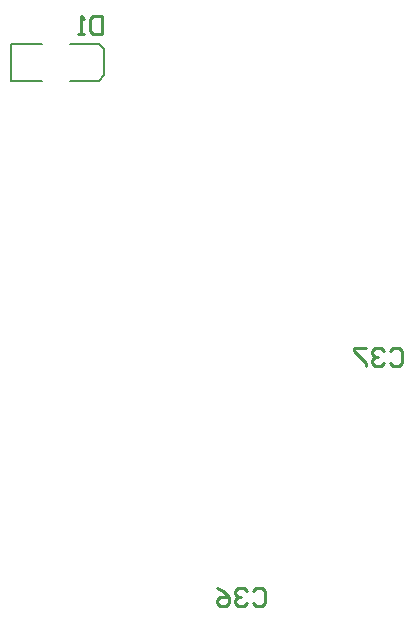
<source format=gbo>
%FSLAX25Y25*%
%MOIN*%
G70*
G01*
G75*
G04 Layer_Color=32896*
%ADD10R,0.05079X0.04882*%
%ADD11O,0.01575X0.05906*%
%ADD12R,0.01575X0.05906*%
%ADD13R,0.00748X0.03961*%
%ADD14R,0.03961X0.00748*%
%ADD15R,0.08661X0.12992*%
%ADD16R,0.08661X0.03937*%
%ADD17O,0.03150X0.10039*%
%ADD18R,0.12992X0.08268*%
%ADD19R,0.04724X0.08268*%
%ADD20R,0.14567X0.09055*%
%ADD21R,0.03150X0.03543*%
%ADD22R,0.02756X0.03543*%
%ADD23R,0.03543X0.03150*%
%ADD24R,0.03543X0.02756*%
%ADD25R,0.02953X0.03543*%
%ADD26R,0.39370X0.19685*%
%ADD27R,0.03543X0.02953*%
%ADD28O,0.09055X0.01378*%
%ADD29R,0.07874X0.09843*%
%ADD30R,0.01969X0.09055*%
%ADD31C,0.31496*%
%ADD32C,0.01000*%
%ADD33C,0.01969*%
%ADD34C,0.03937*%
%ADD35C,0.06000*%
%ADD36C,0.11811*%
%ADD37C,0.02362*%
%ADD38R,0.05906X0.05906*%
%ADD39C,0.05906*%
%ADD40C,0.03937*%
%ADD41C,0.05000*%
%ADD42R,0.09055X0.09055*%
%ADD43C,0.00787*%
%ADD44C,0.01181*%
%ADD45C,0.00984*%
%ADD46C,0.02362*%
%ADD47C,0.00394*%
%ADD48R,0.05879X0.05682*%
%ADD49O,0.02375X0.06706*%
%ADD50R,0.02375X0.06706*%
%ADD51R,0.01548X0.04761*%
%ADD52R,0.04761X0.01548*%
%ADD53R,0.09461X0.13792*%
%ADD54R,0.09461X0.04737*%
%ADD55O,0.03950X0.10839*%
%ADD56R,0.13792X0.09068*%
%ADD57R,0.05524X0.09068*%
%ADD58R,0.15367X0.09855*%
%ADD59R,0.03950X0.04343*%
%ADD60R,0.03556X0.04343*%
%ADD61R,0.04343X0.03950*%
%ADD62R,0.04343X0.03556*%
%ADD63R,0.03753X0.04343*%
%ADD64R,0.40170X0.20485*%
%ADD65R,0.04343X0.03753*%
%ADD66O,0.09855X0.02178*%
%ADD67R,0.08674X0.10642*%
%ADD68R,0.02769X0.09855*%
%ADD69C,0.06800*%
%ADD70C,0.12611*%
%ADD71C,0.03162*%
%ADD72R,0.06706X0.06706*%
%ADD73C,0.06706*%
%ADD74C,0.04737*%
%ADD75C,0.05800*%
%ADD76R,0.09855X0.09855*%
D32*
X406731Y382668D02*
Y376670D01*
X403732D01*
X402732Y377670D01*
Y381668D01*
X403732Y382668D01*
X406731D01*
X400733Y376670D02*
X398733D01*
X399733D01*
Y382668D01*
X400733Y381668D01*
X502582Y270909D02*
X503581Y271909D01*
X505581D01*
X506580Y270909D01*
Y266911D01*
X505581Y265911D01*
X503581D01*
X502582Y266911D01*
X500582Y270909D02*
X499583Y271909D01*
X497583D01*
X496584Y270909D01*
Y269910D01*
X497583Y268910D01*
X498583D01*
X497583D01*
X496584Y267910D01*
Y266911D01*
X497583Y265911D01*
X499583D01*
X500582Y266911D01*
X494584Y271909D02*
X490586D01*
Y270909D01*
X494584Y266911D01*
Y265911D01*
X456997Y191098D02*
X457996Y192098D01*
X459996D01*
X460995Y191098D01*
Y187100D01*
X459996Y186100D01*
X457996D01*
X456997Y187100D01*
X454997Y191098D02*
X453998Y192098D01*
X451998D01*
X450998Y191098D01*
Y190099D01*
X451998Y189099D01*
X452998D01*
X451998D01*
X450998Y188099D01*
Y187100D01*
X451998Y186100D01*
X453998D01*
X454997Y187100D01*
X445001Y192098D02*
X447000Y191098D01*
X448999Y189099D01*
Y187100D01*
X447999Y186100D01*
X446000D01*
X445001Y187100D01*
Y188099D01*
X446000Y189099D01*
X448999D01*
D43*
X395945Y373307D02*
X405591D01*
X395945Y361102D02*
X405591D01*
X376260D02*
X386496D01*
X376260Y373307D02*
X386496D01*
X407362Y362874D02*
Y371535D01*
X405591Y361102D02*
X407362Y362874D01*
X405591Y373307D02*
X407362Y371535D01*
X376260Y361102D02*
Y373307D01*
M02*

</source>
